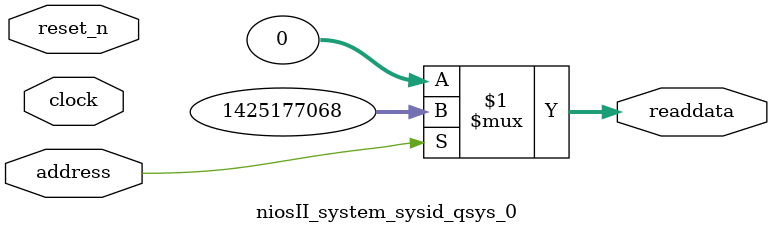
<source format=v>

`timescale 1ns / 1ps
// synthesis translate_on

// turn off superfluous verilog processor warnings 
// altera message_level Level1 
// altera message_off 10034 10035 10036 10037 10230 10240 10030 

module niosII_system_sysid_qsys_0 (
               // inputs:
                address,
                clock,
                reset_n,

               // outputs:
                readdata
             )
;

  output  [ 31: 0] readdata;
  input            address;
  input            clock;
  input            reset_n;

  wire    [ 31: 0] readdata;
  //control_slave, which is an e_avalon_slave
  assign readdata = address ? 1425177068 : 0;

endmodule




</source>
